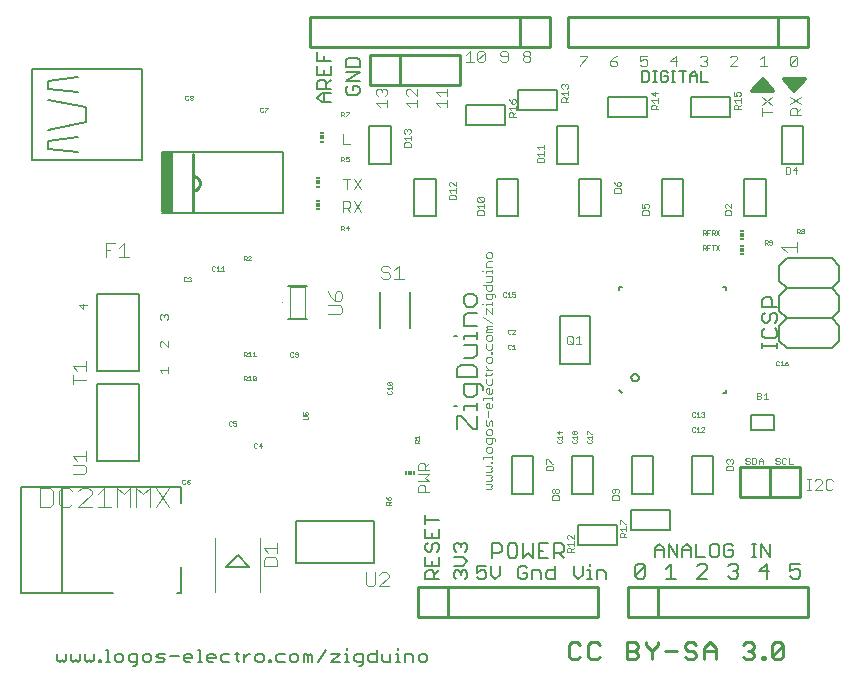
<source format=gto>
G75*
G70*
%OFA0B0*%
%FSLAX24Y24*%
%IPPOS*%
%LPD*%
%AMOC8*
5,1,8,0,0,1.08239X$1,22.5*
%
%ADD10C,0.0050*%
%ADD11C,0.0040*%
%ADD12C,0.0060*%
%ADD13C,0.0080*%
%ADD14C,0.0100*%
%ADD15C,0.0120*%
%ADD16C,0.0110*%
%ADD17C,0.0030*%
%ADD18C,0.0020*%
%ADD19C,0.0010*%
%ADD20R,0.0059X0.0118*%
%ADD21R,0.0118X0.0118*%
%ADD22R,0.0118X0.0059*%
%ADD23R,0.0384X0.2047*%
%ADD24C,0.0070*%
%ADD25C,0.0004*%
%ADD26C,0.0030*%
D10*
X000137Y002640D02*
X003197Y002640D01*
X001507Y002650D02*
X001507Y006180D01*
X000137Y006180D01*
X000137Y002640D01*
X001507Y006180D02*
X005447Y006180D01*
X005447Y005640D01*
X005447Y003515D02*
X005447Y002640D01*
X005322Y002640D01*
X013610Y003110D02*
X013610Y003335D01*
X013685Y003411D01*
X013835Y003411D01*
X013910Y003335D01*
X013910Y003110D01*
X014060Y003110D02*
X013610Y003110D01*
X013910Y003260D02*
X014060Y003411D01*
X014060Y003571D02*
X014060Y003871D01*
X013985Y004031D02*
X014060Y004106D01*
X014060Y004256D01*
X013985Y004331D01*
X013910Y004331D01*
X013835Y004256D01*
X013835Y004106D01*
X013760Y004031D01*
X013685Y004031D01*
X013610Y004106D01*
X013610Y004256D01*
X013685Y004331D01*
X013610Y004491D02*
X014060Y004491D01*
X014060Y004792D01*
X013835Y004641D02*
X013835Y004491D01*
X013610Y004491D02*
X013610Y004792D01*
X013610Y004952D02*
X013610Y005252D01*
X013610Y005102D02*
X014060Y005102D01*
X014635Y004331D02*
X014710Y004331D01*
X014785Y004256D01*
X014860Y004331D01*
X014935Y004331D01*
X015010Y004256D01*
X015010Y004106D01*
X014935Y004031D01*
X014860Y003871D02*
X014560Y003871D01*
X014635Y004031D02*
X014560Y004106D01*
X014560Y004256D01*
X014635Y004331D01*
X014785Y004256D02*
X014785Y004181D01*
X014860Y003871D02*
X015010Y003721D01*
X014860Y003571D01*
X014560Y003571D01*
X014635Y003411D02*
X014710Y003411D01*
X014785Y003335D01*
X014860Y003411D01*
X014935Y003411D01*
X015010Y003335D01*
X015010Y003185D01*
X014935Y003110D01*
X014785Y003260D02*
X014785Y003335D01*
X014635Y003411D02*
X014560Y003335D01*
X014560Y003185D01*
X014635Y003110D01*
X014060Y003571D02*
X013610Y003571D01*
X013610Y003871D01*
X013835Y003721D02*
X013835Y003571D01*
X015325Y003561D02*
X015325Y003335D01*
X015475Y003411D01*
X015550Y003411D01*
X015625Y003335D01*
X015625Y003185D01*
X015550Y003110D01*
X015400Y003110D01*
X015325Y003185D01*
X015325Y003561D02*
X015625Y003561D01*
X015785Y003561D02*
X015785Y003260D01*
X015935Y003110D01*
X016086Y003260D01*
X016086Y003561D01*
X016706Y003486D02*
X016706Y003185D01*
X016781Y003110D01*
X016931Y003110D01*
X017006Y003185D01*
X017006Y003335D01*
X016856Y003335D01*
X016706Y003486D02*
X016781Y003561D01*
X016931Y003561D01*
X017006Y003486D01*
X017166Y003411D02*
X017391Y003411D01*
X017467Y003335D01*
X017467Y003110D01*
X017627Y003185D02*
X017627Y003335D01*
X017702Y003411D01*
X017927Y003411D01*
X017927Y003561D02*
X017927Y003110D01*
X017702Y003110D01*
X017627Y003185D01*
X017166Y003110D02*
X017166Y003411D01*
X018547Y003561D02*
X018547Y003260D01*
X018698Y003110D01*
X018848Y003260D01*
X018848Y003561D01*
X019008Y003411D02*
X019083Y003411D01*
X019083Y003110D01*
X019008Y003110D02*
X019158Y003110D01*
X019315Y003110D02*
X019315Y003411D01*
X019540Y003411D01*
X019615Y003335D01*
X019615Y003110D01*
X019083Y003561D02*
X019083Y003636D01*
X018697Y004256D02*
X019996Y004256D01*
X019996Y004925D01*
X018697Y004925D01*
X018697Y004256D01*
X020447Y004756D02*
X021746Y004756D01*
X021746Y005425D01*
X020447Y005425D01*
X020447Y004756D01*
X020492Y005961D02*
X021201Y005961D01*
X021201Y007220D01*
X020492Y007220D01*
X020492Y005961D01*
X019201Y005961D02*
X018492Y005961D01*
X018492Y007220D01*
X019201Y007220D01*
X019201Y005961D01*
X017201Y005961D02*
X016492Y005961D01*
X016492Y007220D01*
X017201Y007220D01*
X017201Y005961D01*
X020173Y009319D02*
X020075Y009417D01*
X020472Y009840D02*
X020474Y009862D01*
X020480Y009883D01*
X020489Y009902D01*
X020501Y009920D01*
X020517Y009936D01*
X020534Y009948D01*
X020554Y009957D01*
X020575Y009963D01*
X020597Y009965D01*
X020619Y009963D01*
X020640Y009957D01*
X020659Y009948D01*
X020677Y009936D01*
X020693Y009920D01*
X020705Y009902D01*
X020714Y009883D01*
X020720Y009862D01*
X020722Y009840D01*
X020720Y009818D01*
X020714Y009797D01*
X020705Y009778D01*
X020693Y009760D01*
X020677Y009744D01*
X020660Y009732D01*
X020640Y009723D01*
X020619Y009717D01*
X020597Y009715D01*
X020575Y009717D01*
X020554Y009723D01*
X020534Y009732D01*
X020517Y009744D01*
X020501Y009760D01*
X020489Y009777D01*
X020480Y009797D01*
X020474Y009818D01*
X020472Y009840D01*
X019089Y010303D02*
X018104Y010303D01*
X018104Y011878D01*
X019089Y011878D01*
X019089Y010303D01*
X020075Y012764D02*
X020075Y012862D01*
X020173Y012862D01*
X019451Y015211D02*
X018742Y015211D01*
X018742Y016470D01*
X019451Y016470D01*
X019451Y015211D01*
X021492Y015211D02*
X022201Y015211D01*
X022201Y016470D01*
X021492Y016470D01*
X021492Y015211D01*
X024242Y015211D02*
X024951Y015211D01*
X024951Y016470D01*
X024242Y016470D01*
X024242Y015211D01*
X025492Y016961D02*
X025492Y018220D01*
X026201Y018220D01*
X026201Y016961D01*
X025492Y016961D01*
X023746Y018506D02*
X022447Y018506D01*
X022447Y019175D01*
X023746Y019175D01*
X023746Y018506D01*
X023034Y019701D02*
X022800Y019701D01*
X022800Y020052D01*
X022665Y019935D02*
X022665Y019701D01*
X022665Y019876D02*
X022432Y019876D01*
X022432Y019935D02*
X022549Y020052D01*
X022665Y019935D01*
X022432Y019935D02*
X022432Y019701D01*
X022180Y019701D02*
X022180Y020052D01*
X022064Y020052D02*
X022297Y020052D01*
X021935Y020052D02*
X021818Y020052D01*
X021876Y020052D02*
X021876Y019701D01*
X021818Y019701D02*
X021935Y019701D01*
X021683Y019760D02*
X021683Y019876D01*
X021566Y019876D01*
X021450Y019760D02*
X021508Y019701D01*
X021625Y019701D01*
X021683Y019760D01*
X021450Y019760D02*
X021450Y019993D01*
X021508Y020052D01*
X021625Y020052D01*
X021683Y019993D01*
X021321Y020052D02*
X021204Y020052D01*
X021263Y020052D02*
X021263Y019701D01*
X021321Y019701D02*
X021204Y019701D01*
X021069Y019760D02*
X021069Y019993D01*
X021011Y020052D01*
X020836Y020052D01*
X020836Y019701D01*
X021011Y019701D01*
X021069Y019760D01*
X020996Y019175D02*
X019697Y019175D01*
X019697Y018506D01*
X020996Y018506D01*
X020996Y019175D01*
X018701Y018220D02*
X018701Y016961D01*
X017992Y016961D01*
X017992Y018220D01*
X018701Y018220D01*
X017996Y018756D02*
X016697Y018756D01*
X016697Y019425D01*
X017996Y019425D01*
X017996Y018756D01*
X016246Y018925D02*
X016246Y018256D01*
X014947Y018256D01*
X014947Y018925D01*
X016246Y018925D01*
X015992Y016470D02*
X016701Y016470D01*
X016701Y015211D01*
X015992Y015211D01*
X015992Y016470D01*
X013951Y016470D02*
X013951Y015211D01*
X013242Y015211D01*
X013242Y016470D01*
X013951Y016470D01*
X012451Y016961D02*
X011742Y016961D01*
X011742Y018220D01*
X012451Y018220D01*
X012451Y016961D01*
X010460Y019010D02*
X010160Y019010D01*
X010010Y019160D01*
X010160Y019311D01*
X010460Y019311D01*
X010460Y019471D02*
X010010Y019471D01*
X010010Y019696D01*
X010085Y019771D01*
X010235Y019771D01*
X010310Y019696D01*
X010310Y019471D01*
X010310Y019621D02*
X010460Y019771D01*
X010460Y019931D02*
X010010Y019931D01*
X010010Y020231D01*
X010010Y020391D02*
X010010Y020692D01*
X010235Y020541D02*
X010235Y020391D01*
X010460Y020391D02*
X010010Y020391D01*
X010235Y020081D02*
X010235Y019931D01*
X010460Y019931D02*
X010460Y020231D01*
X010964Y020191D02*
X010964Y020416D01*
X011039Y020491D01*
X011339Y020491D01*
X011414Y020416D01*
X011414Y020191D01*
X010964Y020191D01*
X010964Y020031D02*
X011414Y020031D01*
X010964Y019731D01*
X011414Y019731D01*
X011339Y019571D02*
X011189Y019571D01*
X011189Y019420D01*
X011039Y019270D02*
X011339Y019270D01*
X011414Y019345D01*
X011414Y019495D01*
X011339Y019571D01*
X011039Y019571D02*
X010964Y019495D01*
X010964Y019345D01*
X011039Y019270D01*
X010235Y019311D02*
X010235Y019010D01*
X004146Y020106D02*
X004146Y017075D01*
X000504Y017075D01*
X000504Y020106D01*
X004146Y020106D01*
X002280Y018840D02*
X002280Y018340D01*
X001030Y018090D01*
X001030Y017715D02*
X002030Y017840D01*
X002030Y017340D02*
X001030Y017465D01*
X001030Y017715D01*
X001030Y019090D02*
X002280Y018840D01*
X002030Y019340D02*
X001030Y019465D01*
X001030Y019715D01*
X002030Y019840D01*
X009032Y012900D02*
X009662Y012900D01*
X009662Y011781D02*
X009032Y011781D01*
X022492Y007220D02*
X022492Y005961D01*
X023201Y005961D01*
X023201Y007220D01*
X022492Y007220D01*
X024453Y008094D02*
X024453Y008587D01*
X025240Y008587D01*
X025240Y008094D01*
X024453Y008094D01*
X023618Y009319D02*
X023520Y009319D01*
X023618Y009319D02*
X023618Y009417D01*
X023618Y012764D02*
X023618Y012862D01*
X023520Y012862D01*
D11*
X025476Y014194D02*
X025987Y014194D01*
X025987Y014364D02*
X025987Y014023D01*
X025646Y014023D02*
X025476Y014194D01*
X025766Y018574D02*
X025766Y018754D01*
X025826Y018814D01*
X025946Y018814D01*
X026007Y018754D01*
X026007Y018574D01*
X026127Y018574D02*
X025766Y018574D01*
X026007Y018694D02*
X026127Y018814D01*
X026127Y018942D02*
X025766Y019182D01*
X025766Y018942D02*
X026127Y019182D01*
X025178Y019178D02*
X024818Y018937D01*
X024818Y018809D02*
X024818Y018569D01*
X024818Y018689D02*
X025178Y018689D01*
X025178Y018937D02*
X024818Y019178D01*
X024767Y020210D02*
X025007Y020210D01*
X024887Y020210D02*
X024887Y020571D01*
X024767Y020451D01*
X024007Y020451D02*
X024007Y020511D01*
X023947Y020571D01*
X023827Y020571D01*
X023767Y020511D01*
X024007Y020451D02*
X023767Y020210D01*
X024007Y020210D01*
X023007Y020271D02*
X022947Y020210D01*
X022827Y020210D01*
X022767Y020271D01*
X022887Y020391D02*
X022947Y020391D01*
X023007Y020331D01*
X023007Y020271D01*
X022947Y020391D02*
X023007Y020451D01*
X023007Y020511D01*
X022947Y020571D01*
X022827Y020571D01*
X022767Y020511D01*
X022007Y020391D02*
X021767Y020391D01*
X021947Y020571D01*
X021947Y020210D01*
X021007Y020271D02*
X020947Y020210D01*
X020827Y020210D01*
X020767Y020271D01*
X020767Y020391D02*
X020887Y020451D01*
X020947Y020451D01*
X021007Y020391D01*
X021007Y020271D01*
X020767Y020391D02*
X020767Y020571D01*
X021007Y020571D01*
X020007Y020571D02*
X019887Y020511D01*
X019767Y020391D01*
X019947Y020391D01*
X020007Y020331D01*
X020007Y020271D01*
X019947Y020210D01*
X019827Y020210D01*
X019767Y020271D01*
X019767Y020391D01*
X019007Y020511D02*
X018767Y020271D01*
X018767Y020210D01*
X018767Y020571D02*
X019007Y020571D01*
X019007Y020511D01*
X025767Y020511D02*
X025767Y020271D01*
X026007Y020511D01*
X026007Y020271D01*
X025947Y020210D01*
X025827Y020210D01*
X025767Y020271D01*
X025767Y020511D02*
X025827Y020571D01*
X025947Y020571D01*
X026007Y020511D01*
X012884Y013110D02*
X012577Y013110D01*
X012730Y013110D02*
X012730Y013571D01*
X012577Y013417D01*
X012424Y013494D02*
X012347Y013571D01*
X012193Y013571D01*
X012117Y013494D01*
X012117Y013417D01*
X012193Y013341D01*
X012347Y013341D01*
X012424Y013264D01*
X012424Y013187D01*
X012347Y013110D01*
X012193Y013110D01*
X012117Y013187D01*
X010827Y012630D02*
X010827Y012477D01*
X010750Y012400D01*
X010596Y012400D01*
X010596Y012630D01*
X010673Y012707D01*
X010750Y012707D01*
X010827Y012630D01*
X010596Y012400D02*
X010443Y012554D01*
X010366Y012707D01*
X010366Y012247D02*
X010750Y012247D01*
X010827Y012170D01*
X010827Y012016D01*
X010750Y011940D01*
X010366Y011940D01*
X010867Y015360D02*
X010867Y015721D01*
X011047Y015721D01*
X011107Y015661D01*
X011107Y015541D01*
X011047Y015481D01*
X010867Y015481D01*
X010987Y015481D02*
X011107Y015360D01*
X011235Y015360D02*
X011475Y015721D01*
X011235Y015721D02*
X011475Y015360D01*
X011475Y016110D02*
X011235Y016471D01*
X011107Y016471D02*
X010867Y016471D01*
X010987Y016471D02*
X010987Y016110D01*
X011235Y016110D02*
X011475Y016471D01*
X011107Y017610D02*
X010867Y017610D01*
X010867Y017971D01*
X003713Y013860D02*
X003406Y013860D01*
X003560Y013860D02*
X003560Y014321D01*
X003406Y014167D01*
X003253Y014321D02*
X002946Y014321D01*
X002946Y013860D01*
X002946Y014091D02*
X003099Y014091D01*
X002327Y012251D02*
X002046Y012251D01*
X002186Y012110D01*
X002186Y012297D01*
X002307Y010378D02*
X002307Y010071D01*
X002307Y010224D02*
X001846Y010224D01*
X002000Y010071D01*
X001846Y009917D02*
X001846Y009610D01*
X001846Y009764D02*
X002307Y009764D01*
X004746Y010095D02*
X005027Y010095D01*
X005027Y010188D02*
X005027Y010001D01*
X004840Y010001D02*
X004746Y010095D01*
X004797Y010852D02*
X004750Y010899D01*
X004750Y010992D01*
X004797Y011039D01*
X004844Y011039D01*
X005030Y010852D01*
X005030Y011039D01*
X004980Y011762D02*
X005027Y011809D01*
X005027Y011902D01*
X004980Y011949D01*
X004933Y011949D01*
X004886Y011902D01*
X004886Y011856D01*
X004886Y011902D02*
X004840Y011949D01*
X004793Y011949D01*
X004746Y011902D01*
X004746Y011809D01*
X004793Y011762D01*
X002307Y007378D02*
X002307Y007071D01*
X002307Y007224D02*
X001846Y007224D01*
X002000Y007071D01*
X001846Y006917D02*
X002230Y006917D01*
X002307Y006841D01*
X002307Y006687D01*
X002230Y006610D01*
X001846Y006610D01*
X001730Y006171D02*
X001509Y006171D01*
X001399Y006061D01*
X001399Y005621D01*
X001509Y005510D01*
X001730Y005510D01*
X001840Y005621D01*
X002044Y005510D02*
X002484Y005951D01*
X002484Y006061D01*
X002374Y006171D01*
X002154Y006171D01*
X002044Y006061D01*
X001840Y006061D02*
X001730Y006171D01*
X001195Y006061D02*
X001085Y006171D01*
X000755Y006171D01*
X000755Y005510D01*
X001085Y005510D01*
X001195Y005621D01*
X001195Y006061D01*
X002044Y005510D02*
X002484Y005510D01*
X002688Y005510D02*
X003129Y005510D01*
X003333Y005510D02*
X003333Y006171D01*
X003553Y005951D01*
X003773Y006171D01*
X003773Y005510D01*
X003977Y005510D02*
X003977Y006171D01*
X004198Y005951D01*
X004418Y006171D01*
X004418Y005510D01*
X004622Y005510D02*
X005062Y006171D01*
X004622Y006171D02*
X005062Y005510D01*
X006597Y004480D02*
X006597Y002700D01*
X008097Y002700D02*
X008097Y004480D01*
X008216Y004154D02*
X008677Y004154D01*
X008677Y004307D02*
X008677Y004000D01*
X008600Y003847D02*
X008293Y003847D01*
X008216Y003770D01*
X008216Y003540D01*
X008677Y003540D01*
X008677Y003770D01*
X008600Y003847D01*
X008370Y004000D02*
X008216Y004154D01*
X011617Y003341D02*
X011617Y002957D01*
X011693Y002880D01*
X011847Y002880D01*
X011924Y002957D01*
X011924Y003341D01*
X012077Y003264D02*
X012154Y003341D01*
X012307Y003341D01*
X012384Y003264D01*
X012384Y003187D01*
X012077Y002880D01*
X012384Y002880D01*
X013366Y006006D02*
X013366Y006186D01*
X013426Y006246D01*
X013546Y006246D01*
X013607Y006186D01*
X013607Y006006D01*
X013727Y006006D02*
X013366Y006006D01*
X013366Y006374D02*
X013727Y006374D01*
X013607Y006494D01*
X013727Y006614D01*
X013366Y006614D01*
X013366Y006742D02*
X013366Y006922D01*
X013426Y006982D01*
X013546Y006982D01*
X013607Y006922D01*
X013607Y006742D01*
X013727Y006742D02*
X013366Y006742D01*
X013607Y006862D02*
X013727Y006982D01*
X002909Y006171D02*
X002909Y005510D01*
X002688Y005951D02*
X002909Y006171D01*
X026337Y006080D02*
X026457Y006080D01*
X026397Y006080D02*
X026397Y006441D01*
X026337Y006441D02*
X026457Y006441D01*
X026582Y006381D02*
X026642Y006441D01*
X026762Y006441D01*
X026822Y006381D01*
X026822Y006321D01*
X026582Y006080D01*
X026822Y006080D01*
X026950Y006141D02*
X026950Y006381D01*
X027010Y006441D01*
X027131Y006441D01*
X027191Y006381D01*
X027191Y006141D02*
X027131Y006080D01*
X027010Y006080D01*
X026950Y006141D01*
D12*
X025080Y004304D02*
X025080Y003863D01*
X024787Y004304D01*
X024787Y003863D01*
X024626Y003863D02*
X024480Y003863D01*
X024553Y003863D02*
X024553Y004304D01*
X024480Y004304D02*
X024626Y004304D01*
X023853Y004230D02*
X023779Y004304D01*
X023632Y004304D01*
X023559Y004230D01*
X023559Y003937D01*
X023632Y003863D01*
X023779Y003863D01*
X023853Y003937D01*
X023853Y004083D01*
X023706Y004083D01*
X023392Y003937D02*
X023392Y004230D01*
X023319Y004304D01*
X023172Y004304D01*
X023099Y004230D01*
X023099Y003937D01*
X023172Y003863D01*
X023319Y003863D01*
X023392Y003937D01*
X023784Y003626D02*
X023951Y003626D01*
X024035Y003542D01*
X024035Y003459D01*
X023951Y003375D01*
X024035Y003292D01*
X024035Y003209D01*
X023951Y003125D01*
X023784Y003125D01*
X023701Y003209D01*
X023868Y003375D02*
X023951Y003375D01*
X023701Y003542D02*
X023784Y003626D01*
X023003Y003542D02*
X022920Y003626D01*
X022753Y003626D01*
X022670Y003542D01*
X022638Y003863D02*
X022932Y003863D01*
X022638Y003863D02*
X022638Y004304D01*
X022471Y004157D02*
X022471Y003863D01*
X022471Y004083D02*
X022178Y004083D01*
X022178Y004157D02*
X022325Y004304D01*
X022471Y004157D01*
X022178Y004157D02*
X022178Y003863D01*
X022011Y003863D02*
X022011Y004304D01*
X021718Y004304D02*
X022011Y003863D01*
X021718Y003863D02*
X021718Y004304D01*
X021551Y004157D02*
X021551Y003863D01*
X021551Y004083D02*
X021257Y004083D01*
X021257Y004157D02*
X021404Y004304D01*
X021551Y004157D01*
X021257Y004157D02*
X021257Y003863D01*
X020941Y003542D02*
X020857Y003626D01*
X020691Y003626D01*
X020607Y003542D01*
X020607Y003209D01*
X020941Y003542D01*
X020941Y003209D01*
X020857Y003125D01*
X020691Y003125D01*
X020607Y003209D01*
X021638Y003125D02*
X021972Y003125D01*
X021805Y003125D02*
X021805Y003626D01*
X021638Y003459D01*
X022670Y003125D02*
X023003Y003459D01*
X023003Y003542D01*
X023003Y003125D02*
X022670Y003125D01*
X024732Y003375D02*
X025066Y003375D01*
X024982Y003125D02*
X024982Y003626D01*
X024732Y003375D01*
X025763Y003375D02*
X025930Y003459D01*
X026014Y003459D01*
X026097Y003375D01*
X026097Y003209D01*
X026014Y003125D01*
X025847Y003125D01*
X025763Y003209D01*
X025763Y003375D02*
X025763Y003626D01*
X026097Y003626D01*
X025652Y010821D02*
X027152Y010821D01*
X027402Y011071D01*
X027402Y011571D01*
X027152Y011821D01*
X025652Y011821D01*
X025402Y011571D01*
X025402Y011071D01*
X025652Y010821D01*
X025332Y010810D02*
X025332Y010977D01*
X025332Y010894D02*
X024831Y010894D01*
X024831Y010977D02*
X024831Y010810D01*
X024915Y011154D02*
X025248Y011154D01*
X025332Y011237D01*
X025332Y011404D01*
X025248Y011487D01*
X025248Y011669D02*
X025332Y011753D01*
X025332Y011920D01*
X025248Y012003D01*
X025165Y012003D01*
X025082Y011920D01*
X025082Y011753D01*
X024998Y011669D01*
X024915Y011669D01*
X024831Y011753D01*
X024831Y011920D01*
X024915Y012003D01*
X024831Y012185D02*
X024831Y012435D01*
X024915Y012519D01*
X025082Y012519D01*
X025165Y012435D01*
X025165Y012185D01*
X025332Y012185D02*
X024831Y012185D01*
X025402Y012071D02*
X025402Y012571D01*
X025652Y012821D01*
X027152Y012821D01*
X027402Y012571D01*
X027402Y012071D01*
X027152Y011821D01*
X027152Y012821D02*
X027402Y013071D01*
X027402Y013571D01*
X027152Y013821D01*
X025652Y013821D01*
X025402Y013571D01*
X025402Y013071D01*
X025652Y012821D01*
X025402Y012071D02*
X025652Y011821D01*
X024915Y011487D02*
X024831Y011404D01*
X024831Y011237D01*
X024915Y011154D01*
X015530Y009515D02*
X015530Y009408D01*
X015530Y009515D02*
X015423Y009622D01*
X014890Y009622D01*
X014890Y009301D01*
X014996Y009195D01*
X015210Y009195D01*
X015317Y009301D01*
X015317Y009622D01*
X015317Y009839D02*
X015317Y010159D01*
X015210Y010266D01*
X014783Y010266D01*
X014676Y010159D01*
X014676Y009839D01*
X015317Y009839D01*
X015210Y010484D02*
X014890Y010484D01*
X015210Y010484D02*
X015317Y010590D01*
X015317Y010911D01*
X014890Y010911D01*
X014890Y011128D02*
X014890Y011235D01*
X015317Y011235D01*
X015317Y011128D02*
X015317Y011342D01*
X015317Y011558D02*
X014890Y011558D01*
X014890Y011878D01*
X014996Y011985D01*
X015317Y011985D01*
X015210Y012202D02*
X015317Y012309D01*
X015317Y012523D01*
X015210Y012629D01*
X014996Y012629D01*
X014890Y012523D01*
X014890Y012309D01*
X014996Y012202D01*
X015210Y012202D01*
X014676Y011235D02*
X014569Y011235D01*
X014569Y008872D02*
X014676Y008872D01*
X014890Y008872D02*
X014890Y008765D01*
X014890Y008872D02*
X015317Y008872D01*
X015317Y008765D02*
X015317Y008979D01*
X015317Y008547D02*
X015317Y008120D01*
X015210Y008120D01*
X014783Y008547D01*
X014676Y008547D01*
X014676Y008120D01*
D13*
X001415Y000345D02*
X001345Y000415D01*
X001345Y000625D01*
X001485Y000415D02*
X001415Y000345D01*
X001485Y000415D02*
X001555Y000345D01*
X001625Y000415D01*
X001625Y000625D01*
X001806Y000625D02*
X001806Y000415D01*
X001876Y000345D01*
X001946Y000415D01*
X002016Y000345D01*
X002086Y000415D01*
X002086Y000625D01*
X002266Y000625D02*
X002266Y000415D01*
X002336Y000345D01*
X002406Y000415D01*
X002476Y000345D01*
X002546Y000415D01*
X002546Y000625D01*
X002726Y000415D02*
X002796Y000415D01*
X002796Y000345D01*
X002726Y000345D01*
X002726Y000415D01*
X002956Y000345D02*
X003097Y000345D01*
X003026Y000345D02*
X003026Y000765D01*
X002956Y000765D01*
X003263Y000555D02*
X003263Y000415D01*
X003333Y000345D01*
X003473Y000345D01*
X003544Y000415D01*
X003544Y000555D01*
X003473Y000625D01*
X003333Y000625D01*
X003263Y000555D01*
X003724Y000555D02*
X003724Y000415D01*
X003794Y000345D01*
X004004Y000345D01*
X004004Y000275D02*
X004004Y000625D01*
X003794Y000625D01*
X003724Y000555D01*
X004004Y000275D02*
X003934Y000205D01*
X003864Y000205D01*
X004184Y000415D02*
X004254Y000345D01*
X004394Y000345D01*
X004464Y000415D01*
X004464Y000555D01*
X004394Y000625D01*
X004254Y000625D01*
X004184Y000555D01*
X004184Y000415D01*
X004644Y000345D02*
X004855Y000345D01*
X004925Y000415D01*
X004855Y000485D01*
X004714Y000485D01*
X004644Y000555D01*
X004714Y000625D01*
X004925Y000625D01*
X005105Y000555D02*
X005385Y000555D01*
X005565Y000555D02*
X005565Y000415D01*
X005635Y000345D01*
X005775Y000345D01*
X005845Y000485D02*
X005565Y000485D01*
X005565Y000555D02*
X005635Y000625D01*
X005775Y000625D01*
X005845Y000555D01*
X005845Y000485D01*
X006025Y000345D02*
X006166Y000345D01*
X006095Y000345D02*
X006095Y000765D01*
X006025Y000765D01*
X006332Y000555D02*
X006402Y000625D01*
X006542Y000625D01*
X006613Y000555D01*
X006613Y000485D01*
X006332Y000485D01*
X006332Y000415D02*
X006332Y000555D01*
X006332Y000415D02*
X006402Y000345D01*
X006542Y000345D01*
X006793Y000415D02*
X006863Y000345D01*
X007073Y000345D01*
X007323Y000415D02*
X007393Y000345D01*
X007323Y000415D02*
X007323Y000695D01*
X007253Y000625D02*
X007393Y000625D01*
X007560Y000625D02*
X007560Y000345D01*
X007560Y000485D02*
X007700Y000625D01*
X007770Y000625D01*
X007944Y000555D02*
X007944Y000415D01*
X008014Y000345D01*
X008154Y000345D01*
X008224Y000415D01*
X008224Y000555D01*
X008154Y000625D01*
X008014Y000625D01*
X007944Y000555D01*
X008404Y000415D02*
X008474Y000415D01*
X008474Y000345D01*
X008404Y000345D01*
X008404Y000415D01*
X008634Y000415D02*
X008634Y000555D01*
X008704Y000625D01*
X008914Y000625D01*
X009094Y000555D02*
X009094Y000415D01*
X009164Y000345D01*
X009305Y000345D01*
X009375Y000415D01*
X009375Y000555D01*
X009305Y000625D01*
X009164Y000625D01*
X009094Y000555D01*
X008914Y000345D02*
X008704Y000345D01*
X008634Y000415D01*
X009555Y000345D02*
X009555Y000625D01*
X009625Y000625D01*
X009695Y000555D01*
X009765Y000625D01*
X009835Y000555D01*
X009835Y000345D01*
X009695Y000345D02*
X009695Y000555D01*
X010015Y000345D02*
X010295Y000765D01*
X010475Y000625D02*
X010756Y000625D01*
X010475Y000345D01*
X010756Y000345D01*
X010936Y000345D02*
X011076Y000345D01*
X011006Y000345D02*
X011006Y000625D01*
X010936Y000625D01*
X011006Y000765D02*
X011006Y000835D01*
X011243Y000555D02*
X011243Y000415D01*
X011313Y000345D01*
X011523Y000345D01*
X011523Y000275D02*
X011523Y000625D01*
X011313Y000625D01*
X011243Y000555D01*
X011523Y000275D02*
X011453Y000205D01*
X011383Y000205D01*
X011703Y000415D02*
X011703Y000555D01*
X011773Y000625D01*
X011983Y000625D01*
X011983Y000765D02*
X011983Y000345D01*
X011773Y000345D01*
X011703Y000415D01*
X012163Y000415D02*
X012163Y000625D01*
X012163Y000415D02*
X012233Y000345D01*
X012444Y000345D01*
X012444Y000625D01*
X012624Y000625D02*
X012694Y000625D01*
X012694Y000345D01*
X012624Y000345D02*
X012764Y000345D01*
X012931Y000345D02*
X012931Y000625D01*
X013141Y000625D01*
X013211Y000555D01*
X013211Y000345D01*
X013391Y000415D02*
X013391Y000555D01*
X013461Y000625D01*
X013601Y000625D01*
X013671Y000555D01*
X013671Y000415D01*
X013601Y000345D01*
X013461Y000345D01*
X013391Y000415D01*
X012694Y000765D02*
X012694Y000835D01*
X011887Y003640D02*
X009306Y003640D01*
X009306Y005040D01*
X011887Y005040D01*
X011887Y003640D01*
X007740Y003514D02*
X006953Y003514D01*
X007347Y003917D01*
X007740Y003514D01*
X007073Y000625D02*
X006863Y000625D01*
X006793Y000555D01*
X006793Y000415D01*
X004047Y007050D02*
X002647Y007050D01*
X002647Y009631D01*
X004047Y009631D01*
X004047Y007050D01*
X004047Y010050D02*
X002647Y010050D01*
X002647Y012630D01*
X004047Y012630D01*
X004047Y010050D01*
X004839Y015317D02*
X008854Y015317D01*
X008854Y017364D01*
X004839Y017364D01*
X012104Y012681D02*
X012104Y011500D01*
X013089Y011500D02*
X013089Y012681D01*
D14*
X005847Y015390D02*
X005847Y017290D01*
X005897Y016540D02*
X005925Y016535D01*
X005953Y016526D01*
X005979Y016514D01*
X006003Y016499D01*
X006025Y016481D01*
X006045Y016460D01*
X006062Y016437D01*
X006076Y016412D01*
X006087Y016386D01*
X006094Y016358D01*
X006098Y016329D01*
X006098Y016301D01*
X006094Y016272D01*
X006087Y016244D01*
X006076Y016218D01*
X006062Y016193D01*
X006045Y016170D01*
X006025Y016149D01*
X006003Y016131D01*
X005979Y016116D01*
X005953Y016104D01*
X005925Y016095D01*
X005897Y016090D01*
X009747Y020840D02*
X016747Y020840D01*
X016747Y021840D01*
X017747Y021840D02*
X009747Y021840D01*
X009747Y020840D01*
X011747Y020590D02*
X011747Y019590D01*
X014747Y019590D01*
X014747Y020590D01*
X012747Y020590D01*
X012747Y019590D01*
X012747Y020590D02*
X011747Y020590D01*
X016747Y020840D02*
X017747Y020840D01*
X017747Y021840D01*
X018347Y021840D02*
X026347Y021840D01*
X026347Y020840D01*
X025347Y020840D01*
X025347Y021840D01*
X025347Y020840D02*
X018347Y020840D01*
X018347Y021840D01*
X024097Y006840D02*
X024097Y005840D01*
X025097Y005840D01*
X025097Y006840D01*
X024097Y006840D02*
X026097Y006840D01*
X026097Y005840D01*
X025097Y005840D01*
X026347Y002840D02*
X021347Y002840D01*
X021347Y001840D01*
X020347Y001840D02*
X020347Y002840D01*
X021347Y002840D01*
X020347Y001840D02*
X026347Y001840D01*
X026347Y002840D01*
X019347Y002840D02*
X019347Y001840D01*
X013347Y001840D01*
X013347Y002840D01*
X014347Y002840D01*
X014347Y001840D01*
X014347Y002840D02*
X019347Y002840D01*
D15*
X024497Y019390D02*
X024847Y019790D01*
X025197Y019390D01*
X024497Y019390D01*
X024647Y019540D02*
X024847Y019740D01*
X024997Y019490D01*
X024697Y019490D01*
X024897Y019640D01*
X025547Y019790D02*
X025897Y019390D01*
X026247Y019790D01*
X025547Y019790D01*
X025697Y019690D02*
X026097Y019690D01*
X025897Y019490D01*
X025747Y019790D01*
X025947Y019790D01*
X025897Y019690D02*
X025897Y019640D01*
D16*
X025443Y001030D02*
X025541Y000932D01*
X025148Y000538D01*
X025246Y000440D01*
X025443Y000440D01*
X025541Y000538D01*
X025541Y000932D01*
X025443Y001030D02*
X025246Y001030D01*
X025148Y000932D01*
X025148Y000538D01*
X024924Y000538D02*
X024924Y000440D01*
X024825Y000440D01*
X024825Y000538D01*
X024924Y000538D01*
X024575Y000538D02*
X024476Y000440D01*
X024279Y000440D01*
X024181Y000538D01*
X024378Y000735D02*
X024476Y000735D01*
X024575Y000637D01*
X024575Y000538D01*
X024476Y000735D02*
X024575Y000834D01*
X024575Y000932D01*
X024476Y001030D01*
X024279Y001030D01*
X024181Y000932D01*
X023286Y000834D02*
X023286Y000440D01*
X023286Y000735D02*
X022892Y000735D01*
X022892Y000834D02*
X023089Y001030D01*
X023286Y000834D01*
X022892Y000834D02*
X022892Y000440D01*
X022641Y000538D02*
X022543Y000440D01*
X022346Y000440D01*
X022247Y000538D01*
X022346Y000735D02*
X022543Y000735D01*
X022641Y000637D01*
X022641Y000538D01*
X022346Y000735D02*
X022247Y000834D01*
X022247Y000932D01*
X022346Y001030D01*
X022543Y001030D01*
X022641Y000932D01*
X021996Y000735D02*
X021603Y000735D01*
X021352Y000932D02*
X021352Y001030D01*
X021352Y000932D02*
X021155Y000735D01*
X021155Y000440D01*
X020707Y000538D02*
X020609Y000440D01*
X020314Y000440D01*
X020314Y001030D01*
X020609Y001030D01*
X020707Y000932D01*
X020707Y000834D01*
X020609Y000735D01*
X020314Y000735D01*
X020609Y000735D02*
X020707Y000637D01*
X020707Y000538D01*
X020958Y000932D02*
X021155Y000735D01*
X020958Y000932D02*
X020958Y001030D01*
X019418Y000932D02*
X019320Y001030D01*
X019123Y001030D01*
X019025Y000932D01*
X019025Y000538D01*
X019123Y000440D01*
X019320Y000440D01*
X019418Y000538D01*
X018774Y000538D02*
X018675Y000440D01*
X018479Y000440D01*
X018380Y000538D01*
X018380Y000932D01*
X018479Y001030D01*
X018675Y001030D01*
X018774Y000932D01*
D17*
X015783Y006105D02*
X015832Y006154D01*
X015783Y006202D01*
X015832Y006251D01*
X015783Y006299D01*
X015638Y006299D01*
X015638Y006400D02*
X015783Y006400D01*
X015832Y006448D01*
X015783Y006497D01*
X015832Y006545D01*
X015783Y006594D01*
X015638Y006594D01*
X015638Y006695D02*
X015783Y006695D01*
X015832Y006743D01*
X015783Y006791D01*
X015832Y006840D01*
X015783Y006888D01*
X015638Y006888D01*
X015783Y006989D02*
X015783Y007038D01*
X015832Y007038D01*
X015832Y006989D01*
X015783Y006989D01*
X015832Y007137D02*
X015832Y007233D01*
X015832Y007185D02*
X015541Y007185D01*
X015541Y007137D01*
X015686Y007333D02*
X015783Y007333D01*
X015832Y007381D01*
X015832Y007478D01*
X015783Y007527D01*
X015686Y007527D01*
X015638Y007478D01*
X015638Y007381D01*
X015686Y007333D01*
X015686Y007628D02*
X015783Y007628D01*
X015832Y007676D01*
X015832Y007821D01*
X015880Y007821D02*
X015638Y007821D01*
X015638Y007676D01*
X015686Y007628D01*
X015928Y007725D02*
X015928Y007773D01*
X015880Y007821D01*
X015783Y007922D02*
X015832Y007971D01*
X015832Y008068D01*
X015783Y008116D01*
X015686Y008116D01*
X015638Y008068D01*
X015638Y007971D01*
X015686Y007922D01*
X015783Y007922D01*
X015832Y008217D02*
X015832Y008362D01*
X015783Y008411D01*
X015735Y008362D01*
X015735Y008265D01*
X015686Y008217D01*
X015638Y008265D01*
X015638Y008411D01*
X015686Y008512D02*
X015686Y008705D01*
X015686Y008806D02*
X015638Y008855D01*
X015638Y008951D01*
X015686Y009000D01*
X015735Y009000D01*
X015735Y008806D01*
X015783Y008806D02*
X015686Y008806D01*
X015783Y008806D02*
X015832Y008855D01*
X015832Y008951D01*
X015832Y009101D02*
X015832Y009198D01*
X015832Y009149D02*
X015541Y009149D01*
X015541Y009101D01*
X015686Y009297D02*
X015638Y009346D01*
X015638Y009443D01*
X015686Y009491D01*
X015735Y009491D01*
X015735Y009297D01*
X015783Y009297D02*
X015686Y009297D01*
X015783Y009297D02*
X015832Y009346D01*
X015832Y009443D01*
X015783Y009592D02*
X015832Y009640D01*
X015832Y009786D01*
X015783Y009935D02*
X015590Y009935D01*
X015638Y009887D02*
X015638Y009983D01*
X015638Y010083D02*
X015832Y010083D01*
X015735Y010083D02*
X015638Y010180D01*
X015638Y010228D01*
X015686Y010329D02*
X015783Y010329D01*
X015832Y010377D01*
X015832Y010474D01*
X015783Y010522D01*
X015686Y010522D01*
X015638Y010474D01*
X015638Y010377D01*
X015686Y010329D01*
X015832Y009983D02*
X015783Y009935D01*
X015638Y009786D02*
X015638Y009640D01*
X015686Y009592D01*
X015783Y009592D01*
X015783Y010623D02*
X015783Y010672D01*
X015832Y010672D01*
X015832Y010623D01*
X015783Y010623D01*
X015783Y010771D02*
X015832Y010819D01*
X015832Y010964D01*
X015783Y011065D02*
X015832Y011114D01*
X015832Y011210D01*
X015783Y011259D01*
X015686Y011259D01*
X015638Y011210D01*
X015638Y011114D01*
X015686Y011065D01*
X015783Y011065D01*
X015638Y010964D02*
X015638Y010819D01*
X015686Y010771D01*
X015783Y010771D01*
X015832Y011360D02*
X015638Y011360D01*
X015638Y011408D01*
X015686Y011457D01*
X015638Y011505D01*
X015686Y011553D01*
X015832Y011553D01*
X015832Y011457D02*
X015686Y011457D01*
X015832Y011655D02*
X015541Y011848D01*
X015638Y011949D02*
X015638Y012143D01*
X015832Y011949D01*
X015832Y012143D01*
X015832Y012244D02*
X015832Y012341D01*
X015832Y012292D02*
X015638Y012292D01*
X015638Y012244D01*
X015541Y012292D02*
X015493Y012292D01*
X015686Y012440D02*
X015783Y012440D01*
X015832Y012489D01*
X015832Y012634D01*
X015880Y012634D02*
X015638Y012634D01*
X015638Y012489D01*
X015686Y012440D01*
X015928Y012537D02*
X015928Y012585D01*
X015880Y012634D01*
X015783Y012735D02*
X015686Y012735D01*
X015638Y012783D01*
X015638Y012928D01*
X015541Y012928D02*
X015832Y012928D01*
X015832Y012783D01*
X015783Y012735D01*
X015783Y013030D02*
X015832Y013078D01*
X015832Y013223D01*
X015638Y013223D01*
X015638Y013324D02*
X015638Y013373D01*
X015832Y013373D01*
X015832Y013421D02*
X015832Y013324D01*
X015832Y013521D02*
X015638Y013521D01*
X015638Y013666D01*
X015686Y013714D01*
X015832Y013714D01*
X015783Y013815D02*
X015832Y013864D01*
X015832Y013960D01*
X015783Y014009D01*
X015686Y014009D01*
X015638Y013960D01*
X015638Y013864D01*
X015686Y013815D01*
X015783Y013815D01*
X015541Y013373D02*
X015493Y013373D01*
X015638Y013030D02*
X015783Y013030D01*
X018324Y011188D02*
X018324Y010994D01*
X018373Y010946D01*
X018469Y010946D01*
X018518Y010994D01*
X018518Y011188D01*
X018469Y011236D01*
X018373Y011236D01*
X018324Y011188D01*
X018421Y011043D02*
X018518Y010946D01*
X018619Y010946D02*
X018812Y010946D01*
X018716Y010946D02*
X018716Y011236D01*
X018619Y011139D01*
X015783Y006105D02*
X015638Y006105D01*
X014332Y018855D02*
X014332Y019102D01*
X014332Y019224D02*
X014332Y019471D01*
X014332Y019347D02*
X013961Y019347D01*
X014085Y019224D01*
X013961Y018979D02*
X014332Y018979D01*
X014085Y018855D02*
X013961Y018979D01*
X013332Y018979D02*
X012961Y018979D01*
X013085Y018855D01*
X013332Y018855D02*
X013332Y019102D01*
X013332Y019224D02*
X013085Y019471D01*
X013023Y019471D01*
X012961Y019409D01*
X012961Y019285D01*
X013023Y019224D01*
X013332Y019224D02*
X013332Y019471D01*
X012332Y019409D02*
X012332Y019285D01*
X012270Y019224D01*
X012332Y019102D02*
X012332Y018855D01*
X012332Y018979D02*
X011961Y018979D01*
X012085Y018855D01*
X012023Y019224D02*
X011961Y019285D01*
X011961Y019409D01*
X012023Y019471D01*
X012085Y019471D01*
X012146Y019409D01*
X012208Y019471D01*
X012270Y019471D01*
X012332Y019409D01*
X012146Y019409D02*
X012146Y019347D01*
X014972Y020355D02*
X015218Y020355D01*
X015095Y020355D02*
X015095Y020726D01*
X014972Y020602D01*
X015340Y020664D02*
X015340Y020417D01*
X015587Y020664D01*
X015587Y020417D01*
X015525Y020355D01*
X015402Y020355D01*
X015340Y020417D01*
X015340Y020664D02*
X015402Y020726D01*
X015525Y020726D01*
X015587Y020664D01*
X016112Y020664D02*
X016112Y020602D01*
X016173Y020541D01*
X016358Y020541D01*
X016358Y020664D02*
X016297Y020726D01*
X016173Y020726D01*
X016112Y020664D01*
X016358Y020664D02*
X016358Y020417D01*
X016297Y020355D01*
X016173Y020355D01*
X016112Y020417D01*
X016862Y020417D02*
X016862Y020479D01*
X016923Y020541D01*
X017047Y020541D01*
X017108Y020479D01*
X017108Y020417D01*
X017047Y020355D01*
X016923Y020355D01*
X016862Y020417D01*
X016923Y020541D02*
X016862Y020602D01*
X016862Y020664D01*
X016923Y020726D01*
X017047Y020726D01*
X017108Y020664D01*
X017108Y020602D01*
X017047Y020541D01*
D18*
X018144Y019580D02*
X018181Y019617D01*
X018217Y019617D01*
X018254Y019580D01*
X018291Y019617D01*
X018327Y019617D01*
X018364Y019580D01*
X018364Y019507D01*
X018327Y019470D01*
X018364Y019396D02*
X018364Y019249D01*
X018364Y019322D02*
X018144Y019322D01*
X018217Y019249D01*
X018181Y019175D02*
X018254Y019175D01*
X018291Y019138D01*
X018291Y019028D01*
X018364Y019028D02*
X018144Y019028D01*
X018144Y019138D01*
X018181Y019175D01*
X018291Y019101D02*
X018364Y019175D01*
X018181Y019470D02*
X018144Y019507D01*
X018144Y019580D01*
X018254Y019580D02*
X018254Y019543D01*
X016614Y019080D02*
X016577Y019117D01*
X016541Y019117D01*
X016504Y019080D01*
X016504Y018970D01*
X016577Y018970D01*
X016614Y019007D01*
X016614Y019080D01*
X016504Y018970D02*
X016431Y019043D01*
X016394Y019117D01*
X016394Y018822D02*
X016614Y018822D01*
X016614Y018749D02*
X016614Y018896D01*
X016467Y018749D02*
X016394Y018822D01*
X016431Y018675D02*
X016504Y018675D01*
X016541Y018638D01*
X016541Y018528D01*
X016614Y018528D02*
X016394Y018528D01*
X016394Y018638D01*
X016431Y018675D01*
X016541Y018601D02*
X016614Y018675D01*
X017549Y017599D02*
X017549Y017452D01*
X017549Y017525D02*
X017329Y017525D01*
X017402Y017452D01*
X017329Y017304D02*
X017549Y017304D01*
X017549Y017231D02*
X017549Y017378D01*
X017402Y017231D02*
X017329Y017304D01*
X017366Y017157D02*
X017329Y017120D01*
X017329Y017010D01*
X017549Y017010D01*
X017549Y017120D01*
X017513Y017157D01*
X017366Y017157D01*
X015549Y015812D02*
X015549Y015739D01*
X015513Y015702D01*
X015366Y015849D01*
X015513Y015849D01*
X015549Y015812D01*
X015513Y015702D02*
X015366Y015702D01*
X015329Y015739D01*
X015329Y015812D01*
X015366Y015849D01*
X015549Y015628D02*
X015549Y015481D01*
X015549Y015554D02*
X015329Y015554D01*
X015402Y015481D01*
X015366Y015407D02*
X015329Y015370D01*
X015329Y015260D01*
X015549Y015260D01*
X015549Y015370D01*
X015513Y015407D01*
X015366Y015407D01*
X014614Y015778D02*
X014614Y015888D01*
X014577Y015925D01*
X014431Y015925D01*
X014394Y015888D01*
X014394Y015778D01*
X014614Y015778D01*
X014614Y015999D02*
X014614Y016146D01*
X014614Y016072D02*
X014394Y016072D01*
X014467Y015999D01*
X014431Y016220D02*
X014394Y016257D01*
X014394Y016330D01*
X014431Y016367D01*
X014467Y016367D01*
X014614Y016220D01*
X014614Y016367D01*
X013114Y017528D02*
X013114Y017638D01*
X013077Y017675D01*
X012931Y017675D01*
X012894Y017638D01*
X012894Y017528D01*
X013114Y017528D01*
X013114Y017749D02*
X013114Y017896D01*
X013114Y017822D02*
X012894Y017822D01*
X012967Y017749D01*
X012931Y017970D02*
X012894Y018007D01*
X012894Y018080D01*
X012931Y018117D01*
X012967Y018117D01*
X013004Y018080D01*
X013041Y018117D01*
X013077Y018117D01*
X013114Y018080D01*
X013114Y018007D01*
X013077Y017970D01*
X013004Y018043D02*
X013004Y018080D01*
X019894Y016367D02*
X019931Y016293D01*
X020004Y016220D01*
X020004Y016330D01*
X020041Y016367D01*
X020077Y016367D01*
X020114Y016330D01*
X020114Y016257D01*
X020077Y016220D01*
X020004Y016220D01*
X020077Y016146D02*
X019931Y016146D01*
X019894Y016109D01*
X019894Y015999D01*
X020114Y015999D01*
X020114Y016109D01*
X020077Y016146D01*
X020829Y015628D02*
X020829Y015481D01*
X020939Y015481D01*
X020902Y015554D01*
X020902Y015591D01*
X020939Y015628D01*
X021013Y015628D01*
X021049Y015591D01*
X021049Y015518D01*
X021013Y015481D01*
X021013Y015407D02*
X020866Y015407D01*
X020829Y015370D01*
X020829Y015260D01*
X021049Y015260D01*
X021049Y015370D01*
X021013Y015407D01*
X023579Y015370D02*
X023579Y015260D01*
X023799Y015260D01*
X023799Y015370D01*
X023763Y015407D01*
X023616Y015407D01*
X023579Y015370D01*
X023616Y015481D02*
X023579Y015518D01*
X023579Y015591D01*
X023616Y015628D01*
X023652Y015628D01*
X023799Y015481D01*
X023799Y015628D01*
X025625Y016633D02*
X025735Y016633D01*
X025772Y016670D01*
X025772Y016817D01*
X025735Y016853D01*
X025625Y016853D01*
X025625Y016633D01*
X025846Y016743D02*
X025993Y016743D01*
X025956Y016633D02*
X025956Y016853D01*
X025846Y016743D01*
X024114Y018778D02*
X023894Y018778D01*
X023894Y018888D01*
X023931Y018925D01*
X024004Y018925D01*
X024041Y018888D01*
X024041Y018778D01*
X024041Y018851D02*
X024114Y018925D01*
X024114Y018999D02*
X024114Y019146D01*
X024114Y019072D02*
X023894Y019072D01*
X023967Y018999D01*
X024004Y019220D02*
X023967Y019293D01*
X023967Y019330D01*
X024004Y019367D01*
X024077Y019367D01*
X024114Y019330D01*
X024114Y019257D01*
X024077Y019220D01*
X024004Y019220D02*
X023894Y019220D01*
X023894Y019367D01*
X021364Y019330D02*
X021144Y019330D01*
X021254Y019220D01*
X021254Y019367D01*
X021364Y019146D02*
X021364Y018999D01*
X021364Y019072D02*
X021144Y019072D01*
X021217Y018999D01*
X021181Y018925D02*
X021254Y018925D01*
X021291Y018888D01*
X021291Y018778D01*
X021364Y018778D02*
X021144Y018778D01*
X021144Y018888D01*
X021181Y018925D01*
X021291Y018851D02*
X021364Y018925D01*
X024665Y009331D02*
X024775Y009331D01*
X024811Y009294D01*
X024811Y009257D01*
X024775Y009221D01*
X024665Y009221D01*
X024665Y009331D02*
X024665Y009110D01*
X024775Y009110D01*
X024811Y009147D01*
X024811Y009184D01*
X024775Y009221D01*
X024886Y009257D02*
X024959Y009331D01*
X024959Y009110D01*
X024886Y009110D02*
X025032Y009110D01*
X024792Y007171D02*
X024865Y007097D01*
X024865Y006950D01*
X024865Y007061D02*
X024719Y007061D01*
X024719Y007097D02*
X024792Y007171D01*
X024719Y007097D02*
X024719Y006950D01*
X024644Y006987D02*
X024644Y007134D01*
X024608Y007171D01*
X024498Y007171D01*
X024498Y006950D01*
X024608Y006950D01*
X024644Y006987D01*
X024423Y006987D02*
X024387Y006950D01*
X024313Y006950D01*
X024277Y006987D01*
X024313Y007061D02*
X024387Y007061D01*
X024423Y007024D01*
X024423Y006987D01*
X024313Y007061D02*
X024277Y007097D01*
X024277Y007134D01*
X024313Y007171D01*
X024387Y007171D01*
X024423Y007134D01*
X023864Y007080D02*
X023864Y007007D01*
X023827Y006970D01*
X023827Y006896D02*
X023681Y006896D01*
X023644Y006859D01*
X023644Y006749D01*
X023864Y006749D01*
X023864Y006859D01*
X023827Y006896D01*
X023681Y006970D02*
X023644Y007007D01*
X023644Y007080D01*
X023681Y007117D01*
X023717Y007117D01*
X023754Y007080D01*
X023791Y007117D01*
X023827Y007117D01*
X023864Y007080D01*
X023754Y007080D02*
X023754Y007043D01*
X025277Y007097D02*
X025313Y007061D01*
X025387Y007061D01*
X025423Y007024D01*
X025423Y006987D01*
X025387Y006950D01*
X025313Y006950D01*
X025277Y006987D01*
X025277Y007097D02*
X025277Y007134D01*
X025313Y007171D01*
X025387Y007171D01*
X025423Y007134D01*
X025498Y007134D02*
X025498Y006987D01*
X025534Y006950D01*
X025608Y006950D01*
X025644Y006987D01*
X025719Y006950D02*
X025719Y007171D01*
X025644Y007134D02*
X025608Y007171D01*
X025534Y007171D01*
X025498Y007134D01*
X025719Y006950D02*
X025865Y006950D01*
X020299Y004952D02*
X020263Y004952D01*
X020116Y005099D01*
X020079Y005099D01*
X020079Y004952D01*
X020079Y004804D02*
X020299Y004804D01*
X020299Y004731D02*
X020299Y004878D01*
X020152Y004731D02*
X020079Y004804D01*
X020116Y004657D02*
X020189Y004657D01*
X020226Y004620D01*
X020226Y004510D01*
X020299Y004510D02*
X020079Y004510D01*
X020079Y004620D01*
X020116Y004657D01*
X020226Y004583D02*
X020299Y004657D01*
X020049Y005760D02*
X019829Y005760D01*
X019829Y005870D01*
X019866Y005907D01*
X020013Y005907D01*
X020049Y005870D01*
X020049Y005760D01*
X020013Y005981D02*
X020049Y006018D01*
X020049Y006091D01*
X020013Y006128D01*
X019866Y006128D01*
X019829Y006091D01*
X019829Y006018D01*
X019866Y005981D01*
X019902Y005981D01*
X019939Y006018D01*
X019939Y006128D01*
X018049Y006091D02*
X018049Y006018D01*
X018013Y005981D01*
X017976Y005981D01*
X017939Y006018D01*
X017939Y006091D01*
X017976Y006128D01*
X018013Y006128D01*
X018049Y006091D01*
X017939Y006091D02*
X017902Y006128D01*
X017866Y006128D01*
X017829Y006091D01*
X017829Y006018D01*
X017866Y005981D01*
X017902Y005981D01*
X017939Y006018D01*
X017866Y005907D02*
X017829Y005870D01*
X017829Y005760D01*
X018049Y005760D01*
X018049Y005870D01*
X018013Y005907D01*
X017866Y005907D01*
X017864Y006749D02*
X017644Y006749D01*
X017644Y006859D01*
X017681Y006896D01*
X017827Y006896D01*
X017864Y006859D01*
X017864Y006749D01*
X017864Y006970D02*
X017827Y006970D01*
X017681Y007117D01*
X017644Y007117D01*
X017644Y006970D01*
X018366Y004599D02*
X018329Y004562D01*
X018329Y004489D01*
X018366Y004452D01*
X018366Y004599D02*
X018402Y004599D01*
X018549Y004452D01*
X018549Y004599D01*
X018549Y004378D02*
X018549Y004231D01*
X018549Y004304D02*
X018329Y004304D01*
X018402Y004231D01*
X018366Y004157D02*
X018439Y004157D01*
X018476Y004120D01*
X018476Y004010D01*
X018549Y004010D02*
X018329Y004010D01*
X018329Y004120D01*
X018366Y004157D01*
X018476Y004083D02*
X018549Y004157D01*
D19*
X018527Y007654D02*
X018627Y007654D01*
X018652Y007679D01*
X018652Y007729D01*
X018627Y007754D01*
X018652Y007801D02*
X018652Y007901D01*
X018652Y007851D02*
X018501Y007851D01*
X018552Y007801D01*
X018527Y007754D02*
X018501Y007729D01*
X018501Y007679D01*
X018527Y007654D01*
X018527Y007948D02*
X018552Y007948D01*
X018577Y007973D01*
X018577Y008023D01*
X018602Y008048D01*
X018627Y008048D01*
X018652Y008023D01*
X018652Y007973D01*
X018627Y007948D01*
X018602Y007948D01*
X018577Y007973D01*
X018577Y008023D02*
X018552Y008048D01*
X018527Y008048D01*
X018501Y008023D01*
X018501Y007973D01*
X018527Y007948D01*
X018152Y007901D02*
X018152Y007801D01*
X018152Y007851D02*
X018001Y007851D01*
X018052Y007801D01*
X018027Y007754D02*
X018001Y007729D01*
X018001Y007679D01*
X018027Y007654D01*
X018127Y007654D01*
X018152Y007679D01*
X018152Y007729D01*
X018127Y007754D01*
X018077Y007948D02*
X018077Y008048D01*
X018152Y008023D02*
X018001Y008023D01*
X018077Y007948D01*
X019001Y007948D02*
X019001Y008048D01*
X019027Y008048D01*
X019127Y007948D01*
X019152Y007948D01*
X019152Y007901D02*
X019152Y007801D01*
X019152Y007851D02*
X019001Y007851D01*
X019052Y007801D01*
X019027Y007754D02*
X019001Y007729D01*
X019001Y007679D01*
X019027Y007654D01*
X019127Y007654D01*
X019152Y007679D01*
X019152Y007729D01*
X019127Y007754D01*
X022510Y008060D02*
X022535Y008035D01*
X022585Y008035D01*
X022610Y008060D01*
X022657Y008035D02*
X022757Y008035D01*
X022804Y008035D02*
X022904Y008136D01*
X022904Y008161D01*
X022879Y008186D01*
X022829Y008186D01*
X022804Y008161D01*
X022707Y008186D02*
X022707Y008035D01*
X022804Y008035D02*
X022904Y008035D01*
X022707Y008186D02*
X022657Y008136D01*
X022610Y008161D02*
X022585Y008186D01*
X022535Y008186D01*
X022510Y008161D01*
X022510Y008060D01*
X022535Y008535D02*
X022585Y008535D01*
X022610Y008560D01*
X022657Y008535D02*
X022757Y008535D01*
X022707Y008535D02*
X022707Y008686D01*
X022657Y008636D01*
X022610Y008661D02*
X022585Y008686D01*
X022535Y008686D01*
X022510Y008661D01*
X022510Y008560D01*
X022535Y008535D01*
X022804Y008560D02*
X022829Y008535D01*
X022879Y008535D01*
X022904Y008560D01*
X022904Y008586D01*
X022879Y008611D01*
X022854Y008611D01*
X022879Y008611D02*
X022904Y008636D01*
X022904Y008661D01*
X022879Y008686D01*
X022829Y008686D01*
X022804Y008661D01*
X025302Y010270D02*
X025327Y010245D01*
X025377Y010245D01*
X025402Y010270D01*
X025449Y010245D02*
X025549Y010245D01*
X025499Y010245D02*
X025499Y010396D01*
X025449Y010346D01*
X025402Y010371D02*
X025377Y010396D01*
X025327Y010396D01*
X025302Y010371D01*
X025302Y010270D01*
X025596Y010270D02*
X025621Y010245D01*
X025671Y010245D01*
X025696Y010270D01*
X025696Y010296D01*
X025671Y010321D01*
X025596Y010321D01*
X025596Y010270D01*
X025596Y010321D02*
X025646Y010371D01*
X025696Y010396D01*
X023394Y014095D02*
X023294Y014246D01*
X023246Y014246D02*
X023146Y014246D01*
X023099Y014246D02*
X022999Y014246D01*
X022999Y014095D01*
X022952Y014095D02*
X022902Y014146D01*
X022927Y014146D02*
X022852Y014146D01*
X022852Y014095D02*
X022852Y014246D01*
X022927Y014246D01*
X022952Y014221D01*
X022952Y014171D01*
X022927Y014146D01*
X022999Y014171D02*
X023049Y014171D01*
X023196Y014095D02*
X023196Y014246D01*
X023294Y014095D02*
X023394Y014246D01*
X023394Y014595D02*
X023294Y014746D01*
X023246Y014721D02*
X023246Y014671D01*
X023221Y014646D01*
X023146Y014646D01*
X023196Y014646D02*
X023246Y014595D01*
X023294Y014595D02*
X023394Y014746D01*
X023246Y014721D02*
X023221Y014746D01*
X023146Y014746D01*
X023146Y014595D01*
X023049Y014671D02*
X022999Y014671D01*
X022952Y014671D02*
X022927Y014646D01*
X022852Y014646D01*
X022902Y014646D02*
X022952Y014595D01*
X022999Y014595D02*
X022999Y014746D01*
X023099Y014746D01*
X022952Y014721D02*
X022952Y014671D01*
X022952Y014721D02*
X022927Y014746D01*
X022852Y014746D01*
X022852Y014595D01*
X024922Y014416D02*
X024922Y014265D01*
X024922Y014316D02*
X024997Y014316D01*
X025022Y014341D01*
X025022Y014391D01*
X024997Y014416D01*
X024922Y014416D01*
X024972Y014316D02*
X025022Y014265D01*
X025069Y014290D02*
X025094Y014265D01*
X025144Y014265D01*
X025169Y014290D01*
X025169Y014391D01*
X025144Y014416D01*
X025094Y014416D01*
X025069Y014391D01*
X025069Y014366D01*
X025094Y014341D01*
X025169Y014341D01*
X025992Y014645D02*
X025992Y014796D01*
X026067Y014796D01*
X026092Y014771D01*
X026092Y014721D01*
X026067Y014696D01*
X025992Y014696D01*
X026042Y014696D02*
X026092Y014645D01*
X026139Y014670D02*
X026139Y014696D01*
X026164Y014721D01*
X026214Y014721D01*
X026239Y014696D01*
X026239Y014670D01*
X026214Y014645D01*
X026164Y014645D01*
X026139Y014670D01*
X026164Y014721D02*
X026139Y014746D01*
X026139Y014771D01*
X026164Y014796D01*
X026214Y014796D01*
X026239Y014771D01*
X026239Y014746D01*
X026214Y014721D01*
X016604Y012686D02*
X016504Y012686D01*
X016504Y012611D01*
X016554Y012636D01*
X016579Y012636D01*
X016604Y012611D01*
X016604Y012560D01*
X016579Y012535D01*
X016529Y012535D01*
X016504Y012560D01*
X016457Y012535D02*
X016357Y012535D01*
X016407Y012535D02*
X016407Y012686D01*
X016357Y012636D01*
X016310Y012661D02*
X016285Y012686D01*
X016235Y012686D01*
X016210Y012661D01*
X016210Y012560D01*
X016235Y012535D01*
X016285Y012535D01*
X016310Y012560D01*
X016382Y011436D02*
X016357Y011411D01*
X016357Y011310D01*
X016382Y011285D01*
X016432Y011285D01*
X016457Y011310D01*
X016504Y011285D02*
X016604Y011386D01*
X016604Y011411D01*
X016579Y011436D01*
X016529Y011436D01*
X016504Y011411D01*
X016457Y011411D02*
X016432Y011436D01*
X016382Y011436D01*
X016504Y011285D02*
X016604Y011285D01*
X016554Y010936D02*
X016554Y010785D01*
X016504Y010785D02*
X016604Y010785D01*
X016504Y010886D02*
X016554Y010936D01*
X016457Y010911D02*
X016432Y010936D01*
X016382Y010936D01*
X016357Y010911D01*
X016357Y010810D01*
X016382Y010785D01*
X016432Y010785D01*
X016457Y010810D01*
X013402Y007898D02*
X013402Y007798D01*
X013402Y007751D02*
X013352Y007701D01*
X013352Y007726D02*
X013352Y007651D01*
X013402Y007651D02*
X013251Y007651D01*
X013251Y007726D01*
X013277Y007751D01*
X013327Y007751D01*
X013352Y007726D01*
X013302Y007798D02*
X013251Y007848D01*
X013402Y007848D01*
X012467Y009295D02*
X012492Y009320D01*
X012492Y009371D01*
X012467Y009396D01*
X012492Y009443D02*
X012492Y009543D01*
X012492Y009493D02*
X012341Y009493D01*
X012392Y009443D01*
X012367Y009396D02*
X012341Y009371D01*
X012341Y009320D01*
X012367Y009295D01*
X012467Y009295D01*
X012467Y009590D02*
X012367Y009690D01*
X012467Y009690D01*
X012492Y009665D01*
X012492Y009615D01*
X012467Y009590D01*
X012367Y009590D01*
X012341Y009615D01*
X012341Y009665D01*
X012367Y009690D01*
X009692Y008668D02*
X009692Y008618D01*
X009667Y008593D01*
X009667Y008546D02*
X009541Y008546D01*
X009541Y008593D02*
X009617Y008593D01*
X009592Y008643D01*
X009592Y008668D01*
X009617Y008693D01*
X009667Y008693D01*
X009692Y008668D01*
X009667Y008546D02*
X009692Y008521D01*
X009692Y008470D01*
X009667Y008445D01*
X009541Y008445D01*
X009541Y008593D02*
X009541Y008693D01*
X008124Y007646D02*
X008049Y007571D01*
X008149Y007571D01*
X008124Y007646D02*
X008124Y007495D01*
X008002Y007520D02*
X007977Y007495D01*
X007927Y007495D01*
X007902Y007520D01*
X007902Y007621D01*
X007927Y007646D01*
X007977Y007646D01*
X008002Y007621D01*
X007304Y008260D02*
X007279Y008235D01*
X007229Y008235D01*
X007204Y008260D01*
X007157Y008260D02*
X007132Y008235D01*
X007082Y008235D01*
X007057Y008260D01*
X007057Y008361D01*
X007082Y008386D01*
X007132Y008386D01*
X007157Y008361D01*
X007204Y008386D02*
X007204Y008311D01*
X007254Y008336D01*
X007279Y008336D01*
X007304Y008311D01*
X007304Y008260D01*
X007304Y008386D02*
X007204Y008386D01*
X007552Y009745D02*
X007552Y009896D01*
X007627Y009896D01*
X007652Y009871D01*
X007652Y009821D01*
X007627Y009796D01*
X007552Y009796D01*
X007602Y009796D02*
X007652Y009745D01*
X007699Y009745D02*
X007799Y009745D01*
X007749Y009745D02*
X007749Y009896D01*
X007699Y009846D01*
X007846Y009871D02*
X007871Y009896D01*
X007921Y009896D01*
X007946Y009871D01*
X007846Y009770D01*
X007871Y009745D01*
X007921Y009745D01*
X007946Y009770D01*
X007946Y009871D01*
X007846Y009871D02*
X007846Y009770D01*
X007846Y010545D02*
X007946Y010545D01*
X007896Y010545D02*
X007896Y010696D01*
X007846Y010646D01*
X007749Y010696D02*
X007749Y010545D01*
X007699Y010545D02*
X007799Y010545D01*
X007699Y010646D02*
X007749Y010696D01*
X007652Y010671D02*
X007652Y010621D01*
X007627Y010596D01*
X007552Y010596D01*
X007602Y010596D02*
X007652Y010545D01*
X007552Y010545D02*
X007552Y010696D01*
X007627Y010696D01*
X007652Y010671D01*
X009107Y010661D02*
X009107Y010560D01*
X009132Y010535D01*
X009182Y010535D01*
X009207Y010560D01*
X009254Y010560D02*
X009279Y010535D01*
X009329Y010535D01*
X009354Y010560D01*
X009354Y010661D01*
X009329Y010686D01*
X009279Y010686D01*
X009254Y010661D01*
X009254Y010636D01*
X009279Y010611D01*
X009354Y010611D01*
X009207Y010661D02*
X009182Y010686D01*
X009132Y010686D01*
X009107Y010661D01*
X006896Y013395D02*
X006796Y013395D01*
X006749Y013395D02*
X006649Y013395D01*
X006699Y013395D02*
X006699Y013546D01*
X006649Y013496D01*
X006602Y013521D02*
X006577Y013546D01*
X006527Y013546D01*
X006502Y013521D01*
X006502Y013420D01*
X006527Y013395D01*
X006577Y013395D01*
X006602Y013420D01*
X006796Y013496D02*
X006846Y013546D01*
X006846Y013395D01*
X007552Y013745D02*
X007552Y013896D01*
X007627Y013896D01*
X007652Y013871D01*
X007652Y013821D01*
X007627Y013796D01*
X007552Y013796D01*
X007602Y013796D02*
X007652Y013745D01*
X007699Y013745D02*
X007799Y013846D01*
X007799Y013871D01*
X007774Y013896D01*
X007724Y013896D01*
X007699Y013871D01*
X007699Y013745D02*
X007799Y013745D01*
X005799Y013171D02*
X005799Y013146D01*
X005774Y013121D01*
X005799Y013096D01*
X005799Y013070D01*
X005774Y013045D01*
X005724Y013045D01*
X005699Y013070D01*
X005652Y013070D02*
X005627Y013045D01*
X005577Y013045D01*
X005552Y013070D01*
X005552Y013171D01*
X005577Y013196D01*
X005627Y013196D01*
X005652Y013171D01*
X005699Y013171D02*
X005724Y013196D01*
X005774Y013196D01*
X005799Y013171D01*
X005774Y013121D02*
X005749Y013121D01*
X010802Y014745D02*
X010802Y014896D01*
X010877Y014896D01*
X010902Y014871D01*
X010902Y014821D01*
X010877Y014796D01*
X010802Y014796D01*
X010852Y014796D02*
X010902Y014745D01*
X010949Y014821D02*
X011049Y014821D01*
X011024Y014896D02*
X010949Y014821D01*
X011024Y014745D02*
X011024Y014896D01*
X011024Y017045D02*
X010974Y017045D01*
X010949Y017070D01*
X010949Y017121D02*
X010999Y017146D01*
X011024Y017146D01*
X011049Y017121D01*
X011049Y017070D01*
X011024Y017045D01*
X010949Y017121D02*
X010949Y017196D01*
X011049Y017196D01*
X010902Y017171D02*
X010902Y017121D01*
X010877Y017096D01*
X010802Y017096D01*
X010852Y017096D02*
X010902Y017045D01*
X010802Y017045D02*
X010802Y017196D01*
X010877Y017196D01*
X010902Y017171D01*
X010902Y018545D02*
X010852Y018596D01*
X010877Y018596D02*
X010802Y018596D01*
X010802Y018545D02*
X010802Y018696D01*
X010877Y018696D01*
X010902Y018671D01*
X010902Y018621D01*
X010877Y018596D01*
X010949Y018570D02*
X010949Y018545D01*
X010949Y018570D02*
X011049Y018671D01*
X011049Y018696D01*
X010949Y018696D01*
X008354Y018811D02*
X008254Y018710D01*
X008254Y018685D01*
X008207Y018710D02*
X008182Y018685D01*
X008132Y018685D01*
X008107Y018710D01*
X008107Y018811D01*
X008132Y018836D01*
X008182Y018836D01*
X008207Y018811D01*
X008254Y018836D02*
X008354Y018836D01*
X008354Y018811D01*
X005854Y019110D02*
X005829Y019085D01*
X005779Y019085D01*
X005754Y019110D01*
X005754Y019136D01*
X005779Y019161D01*
X005829Y019161D01*
X005854Y019136D01*
X005854Y019110D01*
X005829Y019161D02*
X005854Y019186D01*
X005854Y019211D01*
X005829Y019236D01*
X005779Y019236D01*
X005754Y019211D01*
X005754Y019186D01*
X005779Y019161D01*
X005707Y019211D02*
X005682Y019236D01*
X005632Y019236D01*
X005607Y019211D01*
X005607Y019110D01*
X005632Y019085D01*
X005682Y019085D01*
X005707Y019110D01*
X005754Y006436D02*
X005704Y006411D01*
X005654Y006361D01*
X005729Y006361D01*
X005754Y006336D01*
X005754Y006310D01*
X005729Y006285D01*
X005679Y006285D01*
X005654Y006310D01*
X005654Y006361D01*
X005607Y006411D02*
X005582Y006436D01*
X005532Y006436D01*
X005507Y006411D01*
X005507Y006310D01*
X005532Y006285D01*
X005582Y006285D01*
X005607Y006310D01*
X012301Y005848D02*
X012327Y005798D01*
X012377Y005748D01*
X012377Y005823D01*
X012402Y005848D01*
X012427Y005848D01*
X012452Y005823D01*
X012452Y005773D01*
X012427Y005748D01*
X012377Y005748D01*
X012377Y005701D02*
X012402Y005676D01*
X012402Y005601D01*
X012452Y005601D02*
X012301Y005601D01*
X012301Y005676D01*
X012327Y005701D01*
X012377Y005701D01*
X012402Y005651D02*
X012452Y005701D01*
D20*
X012949Y006650D03*
X013244Y006650D03*
D21*
X013097Y006650D03*
X024156Y014090D03*
X024156Y014590D03*
X010038Y015590D03*
X010038Y016340D03*
X010156Y017840D03*
D22*
X010156Y017693D03*
X010156Y017988D03*
X010038Y016488D03*
X010038Y016193D03*
X010038Y015738D03*
X010038Y015443D03*
X024156Y014738D03*
X024156Y014443D03*
X024156Y014238D03*
X024156Y013943D03*
D23*
X004991Y016340D03*
D24*
X015832Y004316D02*
X016077Y004316D01*
X016159Y004234D01*
X016159Y004071D01*
X016077Y003989D01*
X015832Y003989D01*
X015832Y003825D02*
X015832Y004316D01*
X016347Y004234D02*
X016347Y003907D01*
X016429Y003825D01*
X016592Y003825D01*
X016674Y003907D01*
X016674Y004234D01*
X016592Y004316D01*
X016429Y004316D01*
X016347Y004234D01*
X016863Y004316D02*
X016863Y003825D01*
X017026Y003989D01*
X017190Y003825D01*
X017190Y004316D01*
X017379Y004316D02*
X017379Y003825D01*
X017705Y003825D01*
X017894Y003825D02*
X017894Y004316D01*
X018139Y004316D01*
X018221Y004234D01*
X018221Y004071D01*
X018139Y003989D01*
X017894Y003989D01*
X018058Y003989D02*
X018221Y003825D01*
X017705Y004316D02*
X017379Y004316D01*
X017379Y004071D02*
X017542Y004071D01*
D25*
X008839Y012340D02*
X008835Y012340D01*
D26*
X009087Y012840D02*
X009087Y011837D01*
X009603Y011837D01*
X009603Y012840D01*
X009087Y012840D01*
M02*

</source>
